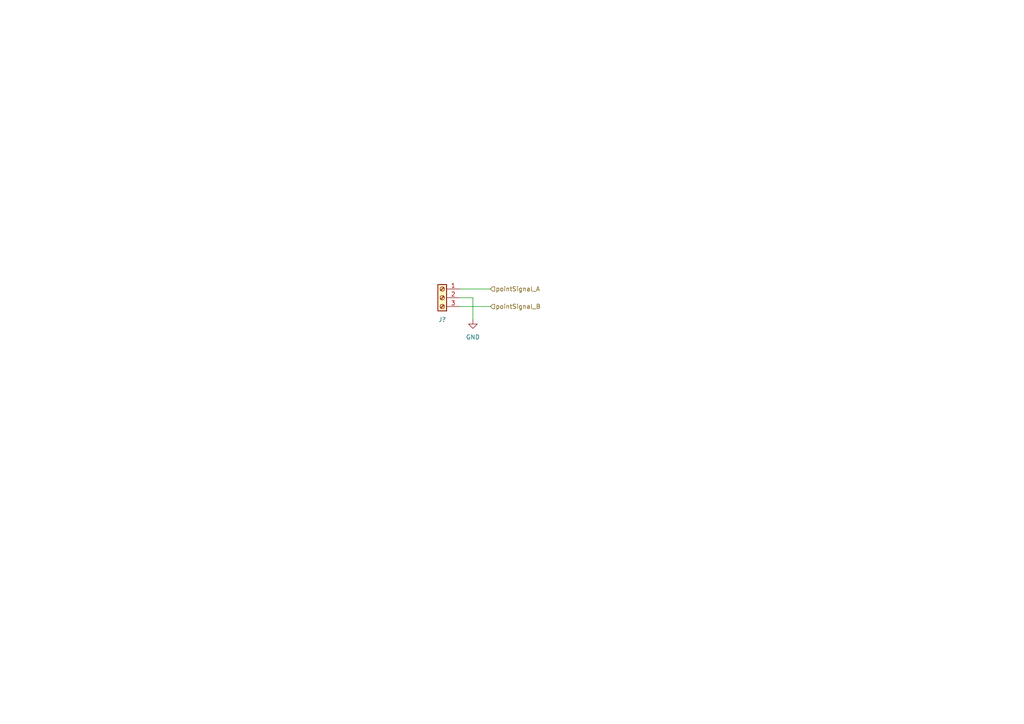
<source format=kicad_sch>
(kicad_sch (version 20230121) (generator eeschema)
  (paper "A4")
  (lib_symbols
    (symbol "Connector:Screw_Terminal_01x03" (pin_names (offset 1.016) hide)
      (property "Reference" "J" (at 0 5.08 0))
      (property "Value" "Screw_Terminal_01x03" (at 0 -5.08 0))
      (symbol "Screw_Terminal_01x03_1_1"
        (rectangle (start -1.27 3.81) (end 1.27 -3.81) (stroke (width 0.254)) (fill (type background)))
        (circle (center 0 -2.54) (radius 0.635) (stroke (width 0.1524)))
        (polyline (pts (xy -0.5334 -2.2098) (xy 0.3302 -3.048)) (stroke (width 0.1524)))
        (polyline (pts (xy -0.5334 0.3302) (xy 0.3302 -0.508)) (stroke (width 0.1524)))
        (polyline (pts (xy -0.5334 2.8702) (xy 0.3302 2.032)) (stroke (width 0.1524)))
        (polyline (pts (xy -0.3556 -2.032) (xy 0.508 -2.8702)) (stroke (width 0.1524)))
        (polyline (pts (xy -0.3556 0.508) (xy 0.508 -0.3302)) (stroke (width 0.1524)))
        (polyline (pts (xy -0.3556 3.048) (xy 0.508 2.2098)) (stroke (width 0.1524)))
        (circle (center 0 0) (radius 0.635) (stroke (width 0.1524)))
        (circle (center 0 2.54) (radius 0.635) (stroke (width 0.1524)))
        (pin passive line (at -5.08 2.54 0) (length 3.81) (name "Pin_1") (number "1"))
        (pin passive line (at -5.08 0 0) (length 3.81) (name "Pin_2") (number "2"))
        (pin passive line (at -5.08 -2.54 0) (length 3.81) (name "Pin_3") (number "3"))
      )
    )
    (symbol "power:GND" (power) (pin_names (offset 0))
      (property "Value" "GND" (at 0 -3.81 0))
      (symbol "GND_0_1"
        (polyline (pts (xy 0 0) (xy 0 -1.27) (xy 1.27 -1.27) (xy 0 -2.54) (xy -1.27 -1.27) (xy 0 -1.27)))
      )
      (symbol "GND_1_1"
        (pin power_in line (at 0 0 270) (length 0) hide (name "GND") (number "1"))
      )
    )
  )
  (wire (pts (xy 137.16 86.36) (xy 133.35 86.36)))
  (wire (pts (xy 137.16 92.71) (xy 137.16 86.36)))
  (wire (pts (xy 133.35 83.82) (xy 142.24 83.82)))
  (wire (pts (xy 133.35 88.9) (xy 142.24 88.9)))
  (hierarchical_label "pointSignal_A" (shape input) (at 142.24 83.82 0))
  (hierarchical_label "pointSignal_B" (shape input) (at 142.24 88.9 0))
  (symbol (lib_id "power:GND") (at 137.16 92.71 0) (unit 1)
    (property "Reference" "#PWR01201" (effects hide))
    (property "Value" "GND" (at 137.16 97.79 0))
    (instances (project "FY_entry" (path "" (reference "#PWR01201") (unit 1)) (path "" (reference "#PWR01001") (unit 1)) (path "" (reference "#PWR01301") (unit 1)) (path "" (reference "#PWR01401") (unit 1)) (path "" (reference "#PWR01501") (unit 1)) (path "" (reference "#PWR01601") (unit 1)) (path "" (reference "#PWR01701") (unit 1)) (path "" (reference "#PWR01801") (unit 1))))
  )
  (symbol (lib_id "Connector:Screw_Terminal_01x03") (at 128.27 86.36 0) (mirror y) (unit 1)
    (property "Reference" "J?" (at 128.27 92.71 0))
    (property "Value" "Screw_Terminal_01x03" (effects hide))
    (property "Footprint" "Connector_Phoenix_MC:PhoenixContact_MC_1,5_3-G-3.5_1x03_P3.50mm_Horizontal" (effects hide))
    (instances (project "FY_entry" (path "" (reference "J?") (unit 1)) (path "" (reference "J1201") (unit 1)) (path "" (reference "J1001") (unit 1)) (path "" (reference "J1301") (unit 1)) (path "" (reference "J1401") (unit 1)) (path "" (reference "J1501") (unit 1)) (path "" (reference "J1601") (unit 1)) (path "" (reference "J1701") (unit 1)) (path "" (reference "J1801") (unit 1))))
  )
)
</source>
